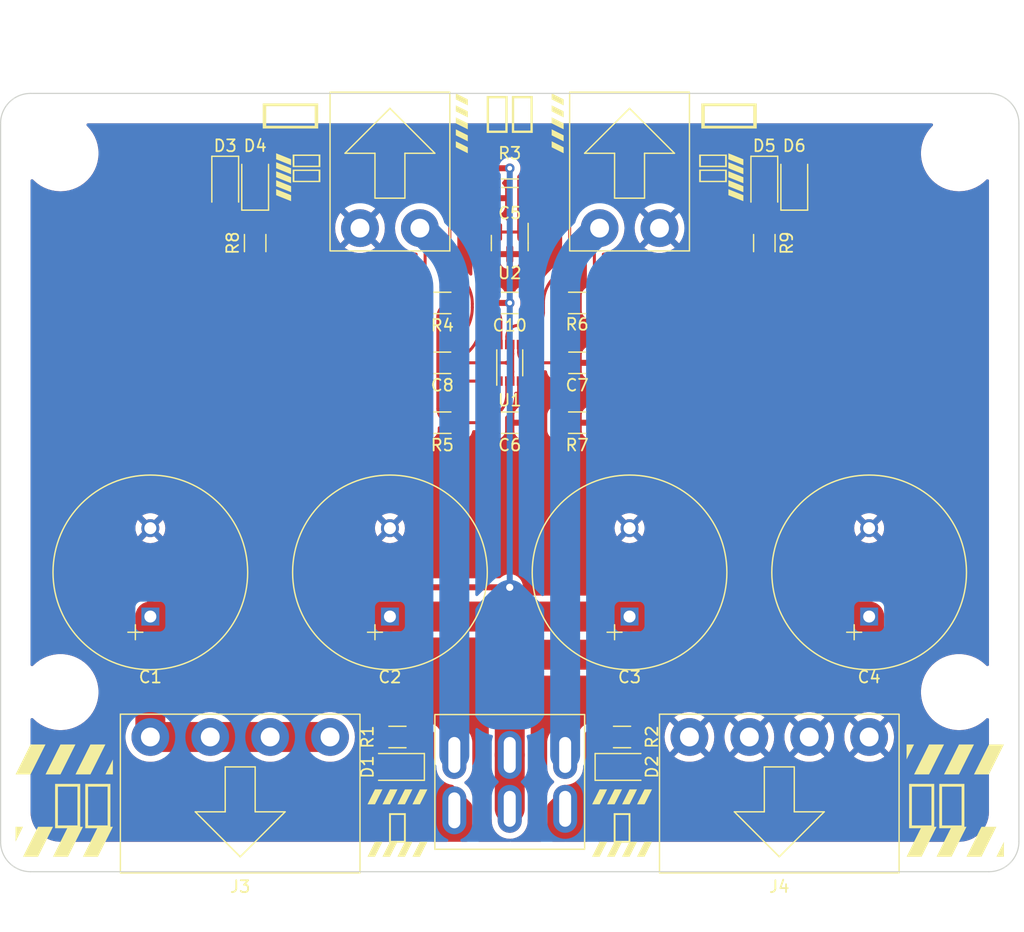
<source format=kicad_pcb>
(kicad_pcb (version 20221018) (generator pcbnew)
  (layers (0 "F.Cu" signal) (31 "B.Cu" signal) (34 "B.Paste" user) (35 "F.Paste" user) (36 "B.SilkS" user "B.Silkscreen") (37 "F.SilkS" user "F.Silkscreen") (38 "B.Mask" user) (39 "F.Mask" user) (44 "Edge.Cuts" user))
  (net 0 "")
  (net 1 "VOUT")
  (net 2 "GNDREF")
  (net 3 "VREF")
  (net 4 "VREF1")
  (net 5 "VREF2")
  (net 6 "Net-(D1-A)")
  (net 7 "Net-(D2-A)")
  (net 8 "Net-(D3-A)")
  (net 9 "Net-(D5-A)")
  (net 10 "VIN1")
  (net 11 "VIN2")
  (net 12 "Net-(R8-Pad2)")
  (net 13 "Net-(R9-Pad2)")
  (net 14 "Net-(SW1A-A)")
  (net 15 "Net-(SW1A-C)")
  (footprint "Capacitor_SMD:C_1206_3216Metric" (layer "F.Cu") (at 109.22 91.44)
    (fp_text reference "C10" (at 0 1.905) (layer "F.SilkS"))
    (fp_text value "100nF 1206 COG")
    (pad "1" smd roundrect (at -1.475 0) (size 1.15 1.8) (layers "F.Cu" "F.Paste" "F.Mask") (roundrect_rratio 0.2173913043) (net 1 "VOUT"))
    (pad "2" smd roundrect (at 1.475 0) (size 1.15 1.8) (layers "F.Cu" "F.Paste" "F.Mask") (roundrect_rratio 0.2173913043) (net 2 "GNDREF"))
  )
  (footprint "Customer_Capacitor_Aluminium:D16_P7.5mm" (layer "F.Cu") (at 99.06 114.3 90)
    (fp_text reference "C2" (at -8.89 0 unlocked) (layer "F.SilkS"))
    (fp_text value "3300uF 25V")
    (pad "1" thru_hole rect (at -3.75 0 90) (size 1.524 1.524) (drill 1.016) (layers "*.Cu" "*.Mask") (net 1 "VOUT"))
    (pad "2" thru_hole circle (at 3.75 0 90) (size 1.524 1.524) (drill 1.016) (layers "*.Cu" "*.Mask") (net 2 "GNDREF"))
  )
  (footprint "Resistor_SMD:R_1206_3216Metric" (layer "F.Cu") (at 99.695 128.27 180)
    (fp_text reference "R1" (at 2.54 0 90) (layer "F.SilkS"))
    (fp_text value "1k 1206")
    (pad "1" smd roundrect (at -1.4625 0 180) (size 1.125 1.75) (layers "F.Cu" "F.Paste" "F.Mask") (roundrect_rratio 0.2222222222) (net 14 "Net-(SW1A-A)"))
    (pad "2" smd roundrect (at 1.4625 0 180) (size 1.125 1.75) (layers "F.Cu" "F.Paste" "F.Mask") (roundrect_rratio 0.2222222222) (net 6 "Net-(D1-A)"))
  )
  (footprint "Resistor_SMD:R_1206_3216Metric" (layer "F.Cu") (at 130.81 86.36 -90)
    (fp_text reference "R9" (at 0 -1.905 90) (layer "F.SilkS"))
    (fp_text value "1k 1206")
    (pad "1" smd roundrect (at -1.4625 0 270) (size 1.125 1.75) (layers "F.Cu" "F.Paste" "F.Mask") (roundrect_rratio 0.2222222222) (net 9 "Net-(D5-A)"))
    (pad "2" smd roundrect (at 1.4625 0 270) (size 1.125 1.75) (layers "F.Cu" "F.Paste" "F.Mask") (roundrect_rratio 0.2222222222) (net 13 "Net-(R9-Pad2)"))
  )
  (footprint "Package_TO_SOT_SMD:SOT-23" (layer "F.Cu") (at 109.22 86.36 -90)
    (fp_text reference "U2" (at 2.54 0 -180) (layer "F.SilkS"))
    (fp_text value "TL431DBZ")
    (pad "1" smd roundrect (at -0.9375 -0.95 270) (size 1.475 0.6) (layers "F.Cu" "F.Paste" "F.Mask") (net 3 "VREF"))
    (pad "2" smd roundrect (at -0.9375 0.95 270) (size 1.475 0.6) (layers "F.Cu" "F.Paste" "F.Mask") (net 3 "VREF"))
    (pad "3" smd roundrect (at 0.9375 0 270) (size 1.475 0.6) (layers "F.Cu" "F.Paste" "F.Mask") (net 2 "GNDREF"))
  )
  (footprint "Customer_Connector:2EDG-5.08mm_2P_Horizontal" (layer "F.Cu") (at 119.38 85.09 180)
    (fp_text reference "J2" hide)
    (fp_text value "2EDG-5.08mm_2P_Horizontal")
    (pad "1" thru_hole circle (at -2.54 0 180) (size 3.2 3.2) (drill 1.6) (layers "*.Cu" "*.Mask") (net 2 "GNDREF"))
    (pad "2" thru_hole circle (at 2.54 0 180) (size 3.2 3.2) (drill 1.6) (layers "*.Cu" "*.Mask") (net 11 "VIN2"))
  )
  (footprint "LED_SMD:LED_1206_3216Metric" (layer "F.Cu") (at 99.695 130.81 180)
    (fp_text reference "D1" (at 2.54 0 90) (layer "F.SilkS"))
    (fp_text value "Orange 1206")
    (pad "1" smd roundrect (at -1.4 0 180) (size 1.25 1.75) (layers "F.Cu" "F.Paste" "F.Mask") (roundrect_rratio 0.2) (net 2 "GNDREF"))
    (pad "2" smd roundrect (at 1.4 0 180) (size 1.25 1.75) (layers "F.Cu" "F.Paste" "F.Mask") (roundrect_rratio 0.2) (net 6 "Net-(D1-A)"))
  )
  (footprint "Customer_Capacitor_Aluminium:D16_P7.5mm" (layer "F.Cu") (at 139.7 114.3 90)
    (fp_text reference "C4" (at -8.89 0 unlocked) (layer "F.SilkS"))
    (fp_text value "3300uF 25V")
    (pad "1" thru_hole rect (at -3.75 0 90) (size 1.524 1.524) (drill 1.016) (layers "*.Cu" "*.Mask") (net 1 "VOUT"))
    (pad "2" thru_hole circle (at 3.75 0 90) (size 1.524 1.524) (drill 1.016) (layers "*.Cu" "*.Mask") (net 2 "GNDREF"))
  )
  (footprint "MountingHole:MountingHole_3.2mm_M3_ISO7380" (layer "F.Cu") (at 71.12 78.74 90)
    (fp_text reference "REF**" hide)
    (fp_text value "MountingHole_3.2mm_M3_ISO7380")
    (pad "" np_thru_hole circle (at 0 0 90) (size 3.2 3.2) (drill 3.2) (layers "F&B.Cu" "*.Mask"))
  )
  (footprint "Customer_Connector:2EDG-5.08mm_4P_Horizontal" (layer "F.Cu") (at 86.36 128.27)
    (fp_text reference "J3" (at 0 12.7 unlocked) (layer "F.SilkS"))
    (fp_text value "2EDG-5.08mm_4P_Horizontal")
    (pad "1" thru_hole circle (at -7.62 0) (size 3.2 3.2) (drill 1.6) (layers "*.Cu" "*.Mask") (net 1 "VOUT"))
    (pad "2" thru_hole circle (at -2.54 0) (size 3.2 3.2) (drill 1.6) (layers "*.Cu" "*.Mask") (net 1 "VOUT"))
    (pad "3" thru_hole circle (at 2.54 0) (size 3.2 3.2) (drill 1.6) (layers "*.Cu" "*.Mask") (net 1 "VOUT"))
    (pad "4" thru_hole circle (at 7.62 0) (size 3.2 3.2) (drill 1.6) (layers "*.Cu" "*.Mask") (net 1 "VOUT"))
  )
  (footprint "Resistor_SMD:R_1206_3216Metric" (layer "F.Cu") (at 103.505 91.44)
    (fp_text reference "R4" (at 0 1.905) (layer "F.SilkS"))
    (fp_text value "5.6k 1206")
    (pad "1" smd roundrect (at -1.4625 0) (size 1.125 1.75) (layers "F.Cu" "F.Paste" "F.Mask") (roundrect_rratio 0.2222222222) (net 10 "VIN1"))
    (pad "2" smd roundrect (at 1.4625 0) (size 1.125 1.75) (layers "F.Cu" "F.Paste" "F.Mask") (roundrect_rratio 0.2222222222) (net 4 "VREF1"))
  )
  (footprint "Customer_Connector:2EDG-5.08mm_4P_Horizontal" (layer "F.Cu") (at 132.08 128.27)
    (fp_text reference "J4" (at 0 12.7 unlocked) (layer "F.SilkS"))
    (fp_text value "2EDG-5.08mm_4P_Horizontal")
    (pad "1" thru_hole circle (at -7.62 0) (size 3.2 3.2) (drill 1.6) (layers "*.Cu" "*.Mask") (net 2 "GNDREF"))
    (pad "2" thru_hole circle (at -2.54 0) (size 3.2 3.2) (drill 1.6) (layers "*.Cu" "*.Mask") (net 2 "GNDREF"))
    (pad "3" thru_hole circle (at 2.54 0) (size 3.2 3.2) (drill 1.6) (layers "*.Cu" "*.Mask") (net 2 "GNDREF"))
    (pad "4" thru_hole circle (at 7.62 0) (size 3.2 3.2) (drill 1.6) (layers "*.Cu" "*.Mask") (net 2 "GNDREF"))
  )
  (footprint "Resistor_SMD:R_1206_3216Metric" (layer "F.Cu") (at 87.63 86.36 -90)
    (fp_text reference "R8" (at 0 1.905 90) (layer "F.SilkS"))
    (fp_text value "1k 1206")
    (pad "1" smd roundrect (at -1.4625 0 270) (size 1.125 1.75) (layers "F.Cu" "F.Paste" "F.Mask") (roundrect_rratio 0.2222222222) (net 8 "Net-(D3-A)"))
    (pad "2" smd roundrect (at 1.4625 0 270) (size 1.125 1.75) (layers "F.Cu" "F.Paste" "F.Mask") (roundrect_rratio 0.2222222222) (net 12 "Net-(R8-Pad2)"))
  )
  (footprint "LED_SMD:LED_1206_3216Metric" (layer "F.Cu") (at 130.81 81.28 -90)
    (fp_text reference "D5" (at -3.175 0 -180) (layer "F.SilkS"))
    (fp_text value "Green 1206")
    (pad "1" smd roundrect (at -1.4 0 270) (size 1.25 1.75) (layers "F.Cu" "F.Paste" "F.Mask") (roundrect_rratio 0.2) (net 2 "GNDREF"))
    (pad "2" smd roundrect (at 1.4 0 270) (size 1.25 1.75) (layers "F.Cu" "F.Paste" "F.Mask") (roundrect_rratio 0.2) (net 9 "Net-(D5-A)"))
  )
  (footprint "LED_SMD:LED_1206_3216Metric" (layer "F.Cu") (at 87.63 81.28 90)
    (fp_text reference "D4" (at 3.175 0 180) (layer "F.SilkS"))
    (fp_text value "Green 1206")
    (pad "1" smd roundrect (at -1.4 0 90) (size 1.25 1.75) (layers "F.Cu" "F.Paste" "F.Mask") (roundrect_rratio 0.2) (net 8 "Net-(D3-A)"))
    (pad "2" smd roundrect (at 1.4 0 90) (size 1.25 1.75) (layers "F.Cu" "F.Paste" "F.Mask") (roundrect_rratio 0.2) (net 2 "GNDREF"))
  )
  (footprint "Capacitor_SMD:C_1206_3216Metric" (layer "F.Cu") (at 109.22 101.6)
    (fp_text reference "C6" (at 0 1.905) (layer "F.SilkS"))
    (fp_text value "100nF 1206 COG")
    (pad "1" smd roundrect (at -1.475 0) (size 1.15 1.8) (layers "F.Cu" "F.Paste" "F.Mask") (roundrect_rratio 0.2173913043) (net 4 "VREF1"))
    (pad "2" smd roundrect (at 1.475 0) (size 1.15 1.8) (layers "F.Cu" "F.Paste" "F.Mask") (roundrect_rratio 0.2173913043) (net 2 "GNDREF"))
  )
  (footprint "LED_SMD:LED_1206_3216Metric" (layer "F.Cu") (at 85.09 81.28 -90)
    (fp_text reference "D3" (at -3.175 0 -180) (layer "F.SilkS"))
    (fp_text value "Red 1206")
    (pad "1" smd roundrect (at -1.4 0 270) (size 1.25 1.75) (layers "F.Cu" "F.Paste" "F.Mask") (roundrect_rratio 0.2) (net 2 "GNDREF"))
    (pad "2" smd roundrect (at 1.4 0 270) (size 1.25 1.75) (layers "F.Cu" "F.Paste" "F.Mask") (roundrect_rratio 0.2) (net 8 "Net-(D3-A)"))
  )
  (footprint "MountingHole:MountingHole_3.2mm_M3_ISO7380" (layer "F.Cu") (at 147.32 124.46 90)
    (fp_text reference "REF**" hide)
    (fp_text value "MountingHole_3.2mm_M3_ISO7380")
    (pad "" np_thru_hole circle (at 0 0 90) (size 3.2 3.2) (drill 3.2) (layers "F&B.Cu" "*.Mask"))
  )
  (footprint "Customer_Connector:2EDG-5.08mm_2P_Horizontal" (layer "F.Cu") (at 99.06 85.09 180)
    (fp_text reference "J1" hide)
    (fp_text value "2EDG-5.08mm_2P_Horizontal")
    (pad "1" thru_hole circle (at -2.54 0 180) (size 3.2 3.2) (drill 1.6) (layers "*.Cu" "*.Mask") (net 10 "VIN1"))
    (pad "2" thru_hole circle (at 2.54 0 180) (size 3.2 3.2) (drill 1.6) (layers "*.Cu" "*.Mask") (net 2 "GNDREF"))
  )
  (footprint "LED_SMD:LED_1206_3216Metric" (layer "F.Cu") (at 118.745 130.81)
    (fp_text reference "D2" (at 2.54 0 90) (layer "F.SilkS"))
    (fp_text value "Orange 1206")
    (pad "1" smd roundrect (at -1.4 0) (size 1.25 1.75) (layers "F.Cu" "F.Paste" "F.Mask") (roundrect_rratio 0.2) (net 2 "GNDREF"))
    (pad "2" smd roundrect (at 1.4 0) (size 1.25 1.75) (layers "F.Cu" "F.Paste" "F.Mask") (roundrect_rratio 0.2) (net 7 "Net-(D2-A)"))
  )
  (footprint "LED_SMD:LED_1206_3216Metric" (layer "F.Cu") (at 133.35 81.28 90)
    (fp_text reference "D6" (at 3.175 0 180) (layer "F.SilkS"))
    (fp_text value "Red 1206")
    (pad "1" smd roundrect (at -1.4 0 90) (size 1.25 1.75) (layers "F.Cu" "F.Paste" "F.Mask") (roundrect_rratio 0.2) (net 9 "Net-(D5-A)"))
    (pad "2" smd roundrect (at 1.4 0 90) (size 1.25 1.75) (layers "F.Cu" "F.Paste" "F.Mask") (roundrect_rratio 0.2) (net 2 "GNDREF"))
  )
  (footprint "Resistor_SMD:R_1206_3216Metric" (layer "F.Cu") (at 109.22 80.01 180)
    (fp_text reference "R3" (at 0 1.27 180) (layer "F.SilkS"))
    (fp_text value "1k 1206")
    (pad "1" smd roundrect (at -1.4625 0 180) (size 1.125 1.75) (layers "F.Cu" "F.Paste" "F.Mask") (roundrect_rratio 0.2222222222) (net 3 "VREF"))
    (pad "2" smd roundrect (at 1.4625 0 180) (size 1.125 1.75) (layers "F.Cu" "F.Paste" "F.Mask") (roundrect_rratio 0.2222222222) (net 1 "VOUT"))
  )
  (footprint "Resistor_SMD:R_1206_3216Metric" (layer "F.Cu") (at 114.935 91.44 180)
    (fp_text reference "R6" (at 0 -1.82) (layer "F.SilkS"))
    (fp_text value "5.6k 1206")
    (pad "1" smd roundrect (at -1.4625 0 180) (size 1.125 1.75) (layers "F.Cu" "F.Paste" "F.Mask") (roundrect_rratio 0.2222222222) (net 11 "VIN2"))
    (pad "2" smd roundrect (at 1.4625 0 180) (size 1.125 1.75) (layers "F.Cu" "F.Paste" "F.Mask") (roundrect_rratio 0.2222222222) (net 5 "VREF2"))
  )
  (footprint "MountingHole:MountingHole_3.2mm_M3_ISO7380" (layer "F.Cu") (at 71.12 124.46 90)
    (fp_text reference "REF**" hide)
    (fp_text value "MountingHole_3.2mm_M3_ISO7380")
    (pad "" np_thru_hole circle (at 0 0 90) (size 3.2 3.2) (drill 3.2) (layers "F&B.Cu" "*.Mask"))
  )
  (footprint "Customer_Capacitor_Aluminium:D16_P7.5mm" (layer "F.Cu") (at 78.74 114.3 90)
    (fp_text reference "C1" (at -8.89 0 unlocked) (layer "F.SilkS"))
    (fp_text value "3300uF 25V")
    (pad "1" thru_hole rect (at -3.75 0 90) (size 1.524 1.524) (drill 1.016) (layers "*.Cu" "*.Mask") (net 1 "VOUT"))
    (pad "2" thru_hole circle (at 3.75 0 90) (size 1.524 1.524) (drill 1.016) (layers "*.Cu" "*.Mask") (net 2 "GNDREF"))
  )
  (footprint "Resistor_SMD:R_1206_3216Metric" (layer "F.Cu") (at 118.745 128.27)
    (fp_text reference "R2" (at 2.54 0 90) (layer "F.SilkS"))
    (fp_text value "1k 1206")
    (pad "1" smd roundrect (at -1.4625 0) (size 1.125 1.75) (layers "F.Cu" "F.Paste" "F.Mask") (roundrect_rratio 0.2222222222) (net 15 "Net-(SW1A-C)"))
    (pad "2" smd roundrect (at 1.4625 0) (size 1.125 1.75) (layers "F.Cu" "F.Paste" "F.Mask") (roundrect_rratio 0.2222222222) (net 7 "Net-(D2-A)"))
  )
  (footprint "Capacitor_SMD:C_1206_3216Metric" (layer "F.Cu") (at 114.935 96.52)
    (fp_text reference "C7" (at 0 1.905) (layer "F.SilkS"))
    (fp_text value "100nF 1206 COG")
    (pad "1" smd roundrect (at -1.475 0) (size 1.15 1.8) (layers "F.Cu" "F.Paste" "F.Mask") (roundrect_rratio 0.2173913043) (net 5 "VREF2"))
    (pad "2" smd roundrect (at 1.475 0) (size 1.15 1.8) (layers "F.Cu" "F.Paste" "F.Mask") (roundrect_rratio 0.2173913043) (net 2 "GNDREF"))
  )
  (footprint "Package_SO:VSSOP-8_2.3x2mm_P0.5mm" (layer "F.Cu") (at 109.22 96.52 90)
    (fp_text reference "U1" (at -3.175 0 180) (layer "F.SilkS"))
    (fp_text value "TLV7256_VSSOP8")
    (pad "1" smd rect (at -1.55 -0.75) (size 0.3 0.8) (layers "F.Cu" "F.Paste" "F.Mask") (net 12 "Net-(R8-Pad2)"))
    (pad "2" smd rect (at -1.55 -0.25) (size 0.3 0.8) (layers "F.Cu" "F.Paste" "F.Mask") (net 4 "VREF1"))
    (pad "3" smd rect (at -1.55 0.25) (size 0.3 0.8) (layers "F.Cu" "F.Paste" "F.Mask") (net 3 "VREF"))
    (pad "4" smd rect (at -1.55 0.75) (size 0.3 0.8) (layers "F.Cu" "F.Paste" "F.Mask") (net 2 "GNDREF"))
    (pad "5" smd rect (at 1.55 0.75) (size 0.3 0.8) (layers "F.Cu" "F.Paste" "F.Mask") (net 5 "VREF2"))
    (pad "6" smd rect (at 1.55 0.25) (size 0.3 0.8) (layers "F.Cu" "F.Paste" "F.Mask") (net 3 "VREF"))
    (pad "7" smd rect (at 1.55 -0.25) (size 0.3 0.8) (layers "F.Cu" "F.Paste" "F.Mask") (net 13 "Net-(R9-Pad2)"))
    (pad "8" smd rect (at 1.55 -0.75) (size 0.3 0.8) (layers "F.Cu" "F.Paste" "F.Mask") (net 1 "VOUT"))
  )
  (footprint "Resistor_SMD:R_1206_3216Metric" (layer "F.Cu") (at 114.935 101.6)
    (fp_text reference "R7" (at 0 1.905) (layer "F.SilkS"))
    (fp_text value "1k 1206")
    (pad "1" smd roundrect (at -1.4625 0) (size 1.125 1.75) (layers "F.Cu" "F.Paste" "F.Mask") (roundrect_rratio 0.2222222222) (net 5 "VREF2"))
    (pad "2" smd roundrect (at 1.4625 0) (size 1.125 1.75) (layers "F.Cu" "F.Paste" "F.Mask") (roundrect_rratio 0.2222222222) (net 2 "GNDREF"))
  )
  (footprint "Customer_Capacitor_Aluminium:D16_P7.5mm" (layer "F.Cu") (at 119.38 114.3 90)
    (fp_text reference "C3" (at -8.89 0 unlocked) (layer "F.SilkS"))
    (fp_text value "3300uF 25V")
    (pad "1" thru_hole rect (at -3.75 0 90) (size 1.524 1.524) (drill 1.016) (layers "*.Cu" "*.Mask") (net 1 "VOUT"))
    (pad "2" thru_hole circle (at 3.75 0 90) (size 1.524 1.524) (drill 1.016) (layers "*.Cu" "*.Mask") (net 2 "GNDREF"))
  )
  (footprint "Capacitor_SMD:C_1206_3216Metric" (layer "F.Cu") (at 109.22 82.55 180)
    (fp_text reference "C5" (at 0 -1.27 180) (layer "F.SilkS"))
    (fp_text value "100nF 1206 COG")
    (pad "1" smd roundrect (at -1.475 0 180) (size 1.15 1.8) (layers "F.Cu" "F.Paste" "F.Mask") (roundrect_rratio 0.2173913043) (net 3 "VREF"))
    (pad "2" smd roundrect (at 1.475 0 180) (size 1.15 1.8) (layers "F.Cu" "F.Paste" "F.Mask") (roundrect_rratio 0.2173913043) (net 2 "GNDREF"))
  )
  (footprint "Customer_Switch:1MD3T1B1M1QES" (layer "F.Cu") (at 109.22 132.08 90)
    (fp_text reference "SW1" hide)
    (fp_text value "1MD3T1B1M1QES")
    (pad "1" thru_hole oval (at -2.413 -4.699 90) (size 4.064 2.032) (drill oval 3.048 1.016) (layers "*.Cu" "*.Mask") (net 14 "Net-(SW1A-A)"))
    (pad "2" thru_hole oval (at -2.286 0 90) (size 4.064 2.032) (drill oval 3.048 1.016) (layers "*.Cu" "*.Mask") (net 1 "VOUT"))
    (pad "3" thru_hole oval (at -2.286 4.699 90) (size 4.064 2.032) (drill oval 3.048 1.016) (layers "*.Cu" "*.Mask") (net 15 "Net-(SW1A-C)"))
    (pad "4" thru_hole oval (at 2.286 -4.699 90) (size 4.064 2.032) (drill oval 3.048 1.016) (layers "*.Cu" "*.Mask") (net 10 "VIN1"))
    (pad "5" thru_hole oval (at 2.286 0 90) (size 4.064 2.032) (drill oval 3.048 1.016) (layers "*.Cu" "*.Mask") (net 1 "VOUT"))
    (pad "6" thru_hole oval (at 2.286 4.699 90) (size 4.064 2.032) (drill oval 3.048 1.016) (layers "*.Cu" "*.Mask") (net 11 "VIN2"))
  )
  (footprint "Capacitor_SMD:C_1206_3216Metric" (layer "F.Cu") (at 103.505 96.52 180)
    (fp_text reference "C8" (at 0 -1.905) (layer "F.SilkS"))
    (fp_text value "100nF 1206 COG")
    (pad "1" smd roundrect (at -1.475 0 180) (size 1.15 1.8) (layers "F.Cu" "F.Paste" "F.Mask") (roundrect_rratio 0.2173913043) (net 3 "VREF"))
    (pad "2" smd roundrect (at 1.475 0 180) (size 1.15 1.8) (layers "F.Cu" "F.Paste" "F.Mask") (roundrect_rratio 0.2173913043) (net 2 "GNDREF"))
  )
  (footprint "MountingHole:MountingHole_3.2mm_M3_ISO7380" (layer "F.Cu") (at 147.32 78.74 90)
    (fp_text reference "REF**" hide)
    (fp_text value "MountingHole_3.2mm_M3_ISO7380")
    (pad "" np_thru_hole circle (at 0 0 90) (size 3.2 3.2) (drill 3.2) (layers "*.Cu" "*.Mask"))
  )
  (footprint "Resistor_SMD:R_1206_3216Metric" (layer "F.Cu") (at 103.505 101.6 180)
    (fp_text reference "R5" (at 0 -1.905) (layer "F.SilkS"))
    (fp_text value "1k 1206")
    (pad "1" smd roundrect (at -1.4625 0 180) (size 1.125 1.75) (layers "F.Cu" "F.Paste" "F.Mask") (roundrect_rratio 0.2222222222) (net 4 "VREF1"))
    (pad "2" smd roundrect (at 1.4625 0 180) (size 1.125 1.75) (layers "F.Cu" "F.Paste" "F.Mask") (roundrect_rratio 0.2222222222) (net 2 "GNDREF"))
  )
  (footprint "LOGO" (layer "B.Cu") (at 143.002 88.392 180)
    (fp_text reference "G***" hide)
    (fp_text value "LOGO" hide)
  )
  (footprint "LOGO" (layer "B.Cu") (at 143.002 83.82 180)
    (fp_text reference "G***" hide)
    (fp_text value "LOGO" hide)
  )
  (footprint "LOGO" (layer "B.Cu") (at 109.22 119.38)
    (fp_text reference "G***" hide)
    (fp_text value "LOGO" hide)
  )
  (footprint "LOGO" (layer "B.Cu") (at 143.002 97.536 180)
    (fp_text reference "G***" hide)
    (fp_text value "LOGO" hide)
  )
  (footprint "LOGO" (layer "B.Cu") (at 134.874 79.248 180)
    (fp_text reference "G***" hide)
    (fp_text value "LOGO" hide)
  )
  (footprint "LOGO" (layer "B.Cu") (at 71.374 95.25 180)
    (fp_text reference "G***" hide)
    (fp_text value "LOGO" hide)
  )
  (footprint "LOGO" (layer "B.Cu") (at 71.374 86.106 180)
    (fp_text reference "G***" hide)
    (fp_text value "LOGO" hide)
  )
  (footprint "LOGO" (layer "B.Cu") (at 134.874 83.82 180)
    (fp_text reference "G***" hide)
    (fp_text value "LOGO" hide)
  )
  (footprint "LOGO" (layer "B.Cu") (at 71.374 104.394 180)
    (fp_text reference "G***" hide)
    (fp_text value "LOGO" hide)
  )
  (footprint "LOGO" (layer "B.Cu") (at 143.002 102.108 180)
    (fp_text reference "G***" hide)
    (fp_text value "LOGO" hide)
  )
  (footprint "LOGO" (layer "B.Cu") (at 83.566 79.248 180)
    (fp_text reference "G***" hide)
    (fp_text value "LOGO" hide)
  )
  (footprint "LOGO" (layer "B.Cu") (at 147.066 108.966 180)
    (fp_text reference "G***" hide)
    (fp_text value "LOGO" hide)
  )
  (footprint "LOGO" (layer "B.Cu") (at 147.066 86.106 180)
    (fp_text reference "G***" hide)
    (fp_text value "LOGO" hide)
  )
  (footprint "LOGO" (layer "B.Cu") (at 143.002 115.824 180)
    (fp_text reference "G***" hide)
    (fp_text value "LOGO" hide)
  )
  (footprint "LOGO" (layer "B.Cu") (at 71.374 113.538 180)
    (fp_text reference "G***" hide)
    (fp_text value "LOGO" hide)
  )
  (footprint "LOGO" (layer "B.Cu") (at 75.438 102.108 180)
    (fp_text reference "G***" hide)
    (fp_text value "LOGO" hide)
  )
  (footprint "LOGO" (layer "B.Cu") (at 75.438 111.252 180)
    (fp_text reference "G***" hide)
    (fp_text value "LOGO" hide)
  )
  (footprint "LOGO" (layer "B.Cu") (at 75.438 83.82 180)
    (fp_text reference "G***" hide)
    (fp_text value "LOGO" hide)
  )
  (footprint "LOGO" (layer "B.Cu") (at 147.066 104.394 180)
    (fp_text reference "G***" hide)
    (fp_text value "LOGO" hide)
  )
  (footprint "LOGO" (layer "B.Cu") (at 75.438 97.536 180)
    (fp_text reference "G***" hide)
    (fp_text value "LOGO" hide)
  )
  (footprint "LOGO" (layer "B.Cu") (at 147.066 90.678 180)
    (fp_text reference "G***" hide)
    (fp_text value "LOGO" hide)
  )
  (footprint "LOGO" (layer "B.Cu") (at 71.374 118.11 180)
    (fp_text reference "G***" hide)
    (fp_text value "LOGO" hide)
  )
  (footprint "LOGO" (layer "B.Cu") (at 147.066 118.11 180)
    (fp_text reference "G***" hide)
    (fp_text value "LOGO" hide)
  )
  (footprint "LOGO" (layer "B.Cu") (at 83.566 83.82 180)
    (fp_text reference "G***" hide)
    (fp_text value "LOGO" hide)
  )
  (footprint "LOGO" (layer "B.Cu") (at 147.066 113.538 180)
    (fp_text reference "G***" hide)
    (fp_text value "LOGO" hide)
  )
  (footprint "LOGO" (layer "B.Cu") (at 75.438 92.964 180)
    (fp_text reference "G***" hide)
    (fp_text value "LOGO" hide)
  )
  (footprint "LOGO" (layer "B.Cu") (at 129.54 97.79 180)
    (fp_text reference "G***" hide)
    (fp_text value "LOGO" hide)
  )
  (footprint "LOGO" (layer "B.Cu") (at 71.374 99.822 180)
    (fp_text reference "G***" hide)
    (fp_text value "LOGO" hide)
  )
  (footprint "LOGO" (layer "B.Cu") (at 88.9 97.79 180)
    (fp_text reference "G***" hide)
    (fp_text value "LOGO" hide)
  )
  (footprint "LOGO" (layer "B.Cu") (at 75.438 115.824 180)
    (fp_text reference "G***" hide)
    (fp_text value "LOGO" hide)
  )
  (footprint "LOGO" (layer "B.Cu") (at 79.502 81.534 180)
    (fp_text reference "G***" hide)
    (fp_text value "LOGO" hide)
  )
  (footprint "LOGO" (layer "B.Cu") (at 147.066 99.822 180)
    (fp_text reference "G***" hide)
    (fp_text value "LOGO" hide)
  )
  (footprint "LOGO" (layer "B.Cu") (at 75.438 120.396 180)
    (fp_text reference "G***" hide)
    (fp_text value "LOGO" hide)
  )
  (footprint "LOGO" (layer "B.Cu") (at 138.938 81.534 180)
    (fp_text reference "G***" hide)
    (fp_text value "LOGO" hide)
  )
  (footprint "LOGO" (layer "B.Cu") (at 71.374 90.678 180)
    (fp_text reference "G***" hide)
    (fp_text value "LOGO" hide)
  )
  (footprint "LOGO" (layer "B.Cu") (at 75.438 88.392 180)
    (fp_text reference "G***" hide)
    (fp_text value "LOGO" hide)
  )
  (footprint "LOGO" (layer "B.Cu") (at 71.374 108.966 180)
    (fp_text reference "G***" hide)
    (fp_text value "LOGO" hide)
  )
  (footprint "LOGO" (layer "B.Cu") (at 75.438 106.68 180)
    (fp_text reference "G***" hide)
    (fp_text value "LOGO" hide)
  )
  (footprint "LOGO" (layer "B.Cu") (at 147.066 95.25 180)
    (fp_text reference "G***" hide)
    (fp_text value "LOGO" hide)
  )
  (footprint "LOGO" (layer "B.Cu") (at 143.002 106.68 180)
    (fp_text reference "G***" hide)
    (fp_text value "LOGO" hide)
  )
  (footprint "LOGO" (layer "B.Cu") (at 143.002 120.396 180)
    (fp_text reference "G***" hide)
    (fp_text value "LOGO" hide)
  )
  (footprint "LOGO" (layer "B.Cu") (at 143.002 92.964 180)
    (fp_text reference "G***" hide)
    (fp_text value "LOGO" hide)
  )
  (gr_poly (pts (xy 72.39 131.445) (xy 73.66 128.905) (xy 74.93 128.905) (xy 73.66 131.445)) (fill solid) (layer "F.SilkS"))
  (gr_poly (pts (xy 150.495 138.43) (xy 151.13 137.16) (xy 151.13 138.43)) (fill solid) (layer "F.SilkS"))
  (gr_poly (pts (xy 113.792 75.692) (xy 112.776 75.184) (xy 112.776 74.676) (xy 113.792 75.184)) (fill solid) (layer "F.SilkS"))
  (gr_poly (pts (xy 120.015 138.43) (xy 120.65 137.16) (xy 121.285 137.16) (xy 120.65 138.43)) (fill solid) (layer "F.SilkS"))
  (gr_poly (pts (xy 67.31 131.445) (xy 68.58 128.905) (xy 69.85 128.905) (xy 68.58 131.445)) (fill solid) (layer "F.SilkS"))
  (gr_poly (pts (xy 127.762 78.74) (xy 129.032 79.248) (xy 129.032 79.756) (xy 127.762 79.248)) (fill solid) (layer "F.SilkS"))
  (gr_poly (pts (xy 127.762 81.026) (xy 129.032 81.534) (xy 129.032 82.042) (xy 127.762 81.534)) (fill solid) (layer "F.SilkS"))
  (gr_poly (pts (xy 127.762 79.502) (xy 129.032 80.01) (xy 129.032 80.518) (xy 127.762 80.01)) (fill solid) (layer "F.SilkS"))
  (gr_poly (pts (xy 98.425 138.43) (xy 99.06 137.16) (xy 99.695 137.16) (xy 99.06 138.43)) (fill solid) (layer "F.SilkS"))
  (gr_poly (pts (xy 113.792 77.724) (xy 112.776 77.216) (xy 112.776 76.708) (xy 113.792 77.216)) (fill solid) (layer "F.SilkS"))
  (gr_poly (pts (xy 97.155 133.985) (xy 97.79 132.715) (xy 98.425 132.715) (xy 97.79 133.985)) (fill solid) (layer "F.SilkS"))
  (gr_poly (pts (xy 151.13 128.905) (xy 149.86 131.445) (xy 148.59 131.445) (xy 149.86 128.905)) (fill solid) (layer "F.SilkS"))
  (gr_poly (pts (xy 89.408 79.502) (xy 90.678 80.01) (xy 90.678 80.518) (xy 89.408 80.01)) (fill solid) (layer "F.SilkS"))
  (gr_poly (pts (xy 144.78 131.445) (xy 146.05 128.905) (xy 144.78 128.905) (xy 143.51 131.445)) (fill solid) (layer "F.SilkS"))
  (gr_poly (pts (xy 89.408 80.264) (xy 90.678 80.772) (xy 90.678 81.28) (xy 89.408 80.772)) (fill solid) (layer "F.SilkS"))
  (gr_poly (pts (xy 100.965 138.43) (xy 101.6 137.16) (xy 102.235 137.16) (xy 101.6 138.43)) (fill solid) (layer "F.SilkS"))
  (gr_poly (pts (xy 105.664 76.708) (xy 104.648 76.2) (xy 104.648 75.692) (xy 105.664 76.2)) (fill solid) (layer "F.SilkS"))
  (gr_poly (pts (xy 75.565 135.89) (xy 74.295 138.43) (xy 73.025 138.43) (xy 74.295 135.89)) (fill solid) (layer "F.SilkS"))
  (gr_poly (pts (xy 99.695 138.43) (xy 100.33 137.16) (xy 100.965 137.16) (xy 100.33 138.43)) (fill solid) (layer "F.SilkS"))
  (gr_poly (pts (xy 118.745 138.43) (xy 119.38 137.16) (xy 120.015 137.16) (xy 119.38 138.43)) (fill solid) (layer "F.SilkS"))
  (gr_poly (pts (xy 116.205 133.985) (xy 116.84 132.715) (xy 117.475 132.715) (xy 116.84 133.985)) (fill solid) (layer "F.SilkS"))
  (gr_poly (pts (xy 142.875 138.43) (xy 144.145 135.89) (xy 145.415 135.89) (xy 144.145 138.43)) (fill solid) (layer "F.SilkS"))
  (gr_poly (pts (xy 74.93 131.445) (xy 75.565 130.175) (xy 75.565 131.445)) (fill solid) (layer "F.SilkS"))
  (gr_poly (pts (xy 118.745 133.985) (xy 119.38 132.715) (xy 120.015 132.715) (xy 119.38 133.985)) (fill solid) (layer "F.SilkS"))
  (gr_poly (pts (xy 67.945 135.89) (xy 67.31 137.16) (xy 67.31 135.89)) (fill solid) (layer "F.SilkS"))
  (gr_poly (pts (xy 120.015 133.985) (xy 120.65 132.715) (xy 121.285 132.715) (xy 120.65 133.985)) (fill solid) (layer "F.SilkS"))
  (gr_poly (pts (xy 89.408 81.788) (xy 90.678 82.296) (xy 90.678 82.804) (xy 89.408 82.296)) (fill solid) (layer "F.SilkS"))
  (gr_poly (pts (xy 113.792 78.74) (xy 112.776 78.232) (xy 112.776 77.724) (xy 113.792 78.232)) (fill solid) (layer "F.SilkS"))
  (gr_poly (pts (xy 105.664 75.692) (xy 104.648 75.184) (xy 104.648 74.676) (xy 105.664 75.184)) (fill solid) (layer "F.SilkS"))
  (gr_poly (pts (xy 105.664 74.676) (xy 104.648 74.168) (xy 104.648 73.66) (xy 105.664 74.168)) (fill solid) (layer "F.SilkS"))
  (gr_poly (pts (xy 147.955 138.43) (xy 149.225 135.89) (xy 150.495 135.89) (xy 149.225 138.43)) (fill solid) (layer "F.SilkS"))
  (gr_poly (pts (xy 117.475 133.985) (xy 118.11 132.715) (xy 118.745 132.715) (xy 118.11 133.985)) (fill solid) (layer "F.SilkS"))
  (gr_poly (pts (xy 89.408 81.026) (xy 90.678 81.534) (xy 90.678 82.042) (xy 89.408 81.534)) (fill solid) (layer "F.SilkS"))
  (gr_poly (pts (xy 97.155 138.43) (xy 97.79 137.16) (xy 98.425 137.16) (xy 97.79 138.43)) (fill solid) (layer "F.SilkS"))
  (gr_poly (pts (xy 69.85 131.445) (xy 71.12 128.905) (xy 72.39 128.905) (xy 71.12 131.445)) (fill solid) (layer "F.SilkS"))
  (gr_poly (pts (xy 89.408 78.74) (xy 90.678 79.248) (xy 90.678 79.756) (xy 89.408 79.248)) (fill solid) (layer "F.SilkS"))
  (gr_poly (pts (xy 99.695 133.985) (xy 100.33 132.715) (xy 100.965 132.715) (xy 100.33 133.985)) (fill solid) (layer "F.SilkS"))
  (gr_poly (pts (xy 147.32 131.445) (xy 148.59 128.905) (xy 147.32 128.905) (xy 146.05 131.445)) (fill solid) (layer "F.SilkS"))
  (gr_poly (pts (xy 105.664 77.724) (xy 104.648 77.216) (xy 104.648 76.708) (xy 105.664 77.216)) (fill solid) (layer "F.SilkS"))
  (gr_poly (pts (xy 145.415 138.43) (xy 146.685 135.89) (xy 147.955 135.89) (xy 146.685 138.43)) (fill solid) (layer "F.SilkS"))
  (gr_poly (pts (xy 71.755 138.43) (xy 73.025 135.89) (xy 71.755 135.89) (xy 70.485 138.43)) (fill solid) (layer "F.SilkS"))
  (gr_poly (pts (xy 116.205 138.43) (xy 116.84 137.16) (xy 117.475 137.16) (xy 116.84 138.43)) (fill solid) (layer "F.SilkS"))
  (gr_poly (pts (xy 98.425 133.985) (xy 99.06 132.715) (xy 99.695 132.715) (xy 99.06 133.985)) (fill solid) (layer "F.SilkS"))
  (gr_poly (pts (xy 69.215 138.43) (xy 70.485 135.89) (xy 69.215 135.89) (xy 67.945 138.43)) (fill solid) (layer "F.SilkS"))
  (gr_poly (pts (xy 117.475 138.43) (xy 118.11 137.16) (xy 118.745 137.16) (xy 118.11 138.43)) (fill solid) (layer "F.SilkS"))
  (gr_poly (pts (xy 127.762 81.788) (xy 129.032 82.296) (xy 129.032 82.804) (xy 127.762 82.296)) (fill solid) (layer "F.SilkS"))
  (gr_poly (pts (xy 113.792 74.676) (xy 112.776 74.168) (xy 112.776 73.66) (xy 113.792 74.168)) (fill solid) (layer "F.SilkS"))
  (gr_poly (pts (xy 100.965 133.985) (xy 101.6 132.715) (xy 102.235 132.715) (xy 101.6 133.985)) (fill solid) (layer "F.SilkS"))
  (gr_poly (pts (xy 105.664 78.74) (xy 104.648 78.232) (xy 104.648 77.724) (xy 105.664 78.232)) (fill solid) (layer "F.SilkS"))
  (gr_poly (pts (xy 127.762 80.264) (xy 129.032 80.772) (xy 129.032 81.28) (xy 127.762 80.772)) (fill solid) (layer "F.SilkS"))
  (gr_poly (pts (xy 113.792 76.708) (xy 112.776 76.2) (xy 112.776 75.692) (xy 113.792 76.2)) (fill solid) (layer "F.SilkS"))
  (gr_poly (pts (xy 143.51 128.905) (xy 142.875 130.175) (xy 142.875 128.905)) (fill solid) (layer "F.SilkS"))
  (gr_line (start 149.86 73.66) (end 68.58 73.66) (stroke (width 0.1)) (layer "Edge.Cuts"))
  (gr_line (start 68.58 139.7) (end 149.86 139.7) (stroke (width 0.1)) (layer "Edge.Cuts"))
  (gr_line (start 152.4 137.16) (end 152.4 76.2) (stroke (width 0.1)) (layer "Edge.Cuts"))
  (gr_arc (start 149.86 73.66) (mid 151.656051 74.403949) (end 152.4 76.2) (stroke (width 0.1)) (layer "Edge.Cuts"))
  (gr_line (start 66.04 137.16) (end 66.04 76.2) (stroke (width 0.1)) (layer "Edge.Cuts"))
  (gr_arc (start 66.04 76.2) (mid 66.783949 74.403949) (end 68.58 73.66) (stroke (width 0.1)) (layer "Edge.Cuts"))
  (gr_arc (start 152.4 137.16) (mid 151.656051 138.956051) (end 149.86 139.7) (stroke (width 0.1)) (layer "Edge.Cuts"))
  (gr_arc (start 68.58 139.7) (mid 66.783949 138.956051) (end 66.04 137.16) (stroke (width 0.1)) (layer "Edge.Cuts"))
  (gr_text "弐" (at 127.635 74.295 90) (layer "F.SilkS") (effects (font (size 3.81 3.048)) (justify right)))
  (gr_text "号機" (at 126.365 78.74 90) (layer "F.SilkS") (effects (font (size 1.905 1.524)) (justify right)))
  (gr_text "初" (at 90.805 74.295 270) (layer "F.SilkS") (effects (font (size 3.81 3.048)) (justify left)))
  (gr_text "弍" (at 118.745 135.89) (layer "F.SilkS") (effects (font (size 2.032 2.032))))
  (gr_text "号機" (at 92.075 78.74 270) (layer "F.SilkS") (effects (font (size 1.905 1.524)) (justify left)))
  (gr_text "初" (at 99.695 135.89) (layer "F.SilkS") (effects (font (size 2.032 2.032))))
  (gr_text "接地" (at 142.875 133.985) (layer "F.SilkS") (effects (font (size 3.048 3.048) (thickness 0.381) bold) (justify left)))
  (gr_text "正極" (at 109.22 75.565 180) (layer "F.SilkS") (effects (font (size 2.54 2.54) (thickness 0.381) bold)))
  (gr_text "輸出" (at 75.565 133.985) (layer "F.SilkS") (effects (font (size 3.048 3.048) (thickness 0.381) bold) (justify right)))
  (segment (start 108.1075 92.1055) (end 107.852126 91.850126) (width 0.254) (layer "F.Cu") (net 1))
  (segment (start 109.22 91.44) (end 107.8965 91.44) (width 0.508) (layer "F.Cu") (net 1))
  (segment (start 79.98 115.57) (end 109.22 115.57) (width 0.508) (layer "F.Cu") (net 1))
  (segment (start 109.22 129.794) (end 109.22 134.366) (width 2.54) (layer "F.Cu") (net 1))
  (segment (start 78.74 118.05) (end 78.74 116.81) (width 0.508) (layer "F.Cu") (net 1))
  (segment (start 108.47 92.980652) (end 108.47 94.97) (width 0.254) (layer "F.Cu") (net 1))
  (segment (start 99.06 118.05) (end 119.38 118.05) (width 2.54) (layer "F.Cu") (net 1))
  (segment (start 109.22 80.01) (end 107.7575 80.01) (width 0.508) (layer "F.Cu") (net 1))
  (segment (start 109.22 123.284998) (end 109.22 129.794) (width 2.54) (layer "F.Cu") (net 1))
  (segment (start 139.7 118.05) (end 119.38 118.05) (width 2.54) (layer "F.Cu") (net 1))
  (segment (start 78.74 128.27) (end 78.74 118.05) (width 2.54) (layer "F.Cu") (net 1))
  (segment (start 78.74 118.05) (end 99.06 118.05) (width 2.54) (layer "F.Cu") (net 1))
  (segment (start 139.7 119.6675) (end 139.7 118.05) (width 2.54) (layer "F.Cu") (net 1))
  (segment (start 138.0825 121.285) (end 111.219998 121.285) (width 2.54) (layer "F.Cu") (net 1))
  (segment (start 78.74 128.27) (end 93.98 128.27) (width 2.54) (layer "F.Cu") (net 1))
  (via (at 109.22 91.44) (size 0.8128) (drill 0.4064) (layers "F.Cu" "B.Cu") (net 1))
  (via (at 109.22 80.01) (size 0.8128) (drill 0.4064) (layers "F.Cu" "B.Cu") (net 1))
  (via (at 109.22 115.57) (size 1.2192) (drill 0.6096) (layers "F.Cu" "B.Cu") (net 1))
  (arc (start 111.219998 121.285) (mid 109.805785 121.870785) (end 109.22 123.284998) (width 2.54) (layer "F.Cu") (net 1))
  (arc (start 107.745 91.5915) (mid 107.772841 91.731467) (end 107.852126 91.850126) (width 0.254) (layer "F.Cu") (net 1))
  (arc (start 107.8965 91.44) (mid 107.789373 91.484373) (end 107.745 91.5915) (width 0.508) (layer "F.Cu") (net 1))
  (arc (start 139.7 119.6675) (mid 139.226245 120.811245) (end 138.0825 121.285) (width 2.54) (layer "F.Cu") (net 1))
  (arc (start 108.1075 92.1055) (mid 108.375789 92.507023) (end 108.47 92.980652) (width 0.254) (layer "F.Cu") (net 1))
  (arc (start 79.98 115.57) (mid 79.103187 115.933187) (end 78.74 116.81) (width 0.508) (layer "F.Cu") (net 1))
  (segment (start 109.22 80.01) (end 109.22 91.44) (width 0.508) (layer "B.Cu") (net 1))
  (segment (start 109.22 115.57) (end 109.22 91.44) (width 0.508) (layer "B.Cu") (net 1))
  (segment (start 109.97 98.07) (end 109.97 99.048) (width 0.254) (layer "F.Cu") (net 2))
  (segment (start 110.695 91.44) (end 110.695 89.457) (width 0.508) (layer "F.Cu") (net 2))
  (segment (start 109.97 98.07) (end 110.718 98.07) (width 0.254) (layer "F.Cu") (net 2))
  (segment (start 105.0825 96.52) (end 108.695 96.52) (width 0.254) (layer "F.Cu") (net 3))
  (segment (start 106.68 93.412918) (end 106.68 88.136799) (width 0.254) (layer "F.Cu") (net 3))
  (segment (start 108.27 85.4225) (end 110.17 85.4225) (width 0.254) (layer "F.Cu") (net 3))
  (segment (start 105.829999 95.464999) (end 105.052478 96.242521) (width 0.254) (layer "F.Cu") (net 3))
  (segment (start 110.6825 82.5375) (end 110.695 82.55) (width 0.254) (layer "F.Cu") (net 3))
  (segment (start 109.47 95.745) (end 109.47 97.295) (width 0.254) (layer "F.Cu") (net 3))
  (segment (start 109.47 97.295) (end 109.47 98.07) (width 0.254) (layer "F.Cu") (net 3))
  (segment (start 108.27 85.4225) (end 107.475 86.2175) (width 0.254) (layer "F.Cu") (net 3))
  (segment (start 109.47 95.745) (end 109.47 94.97) (width 0.254) (layer "F.Cu") (net 3))
  (arc (start 104.98 96.4175) (mid 105.010021 96.489978) (end 105.0825 96.52) (width 0.254) (layer "F.Cu") (net 3))
  (arc (start 107.475 86.2175) (mid 106.886613 87.098082) (end 106.68 88.136799) (width 0.254) (layer "F.Cu") (net 3))
  (arc (start 108.695 96.52) (mid 109.243007 96.293007) (end 109.47 95.745) (width 0.254) (layer "F.Cu") (net 3))
  (arc (start 105.052478 96.242521) (mid 104.998836 96.322802) (end 104.98 96.4175) (width 0.254) (layer "F.Cu") (net 3))
  (arc (start 106.68 93.412918) (mid 106.459091 94.523496) (end 105.829999 95.464999) (width 0.254) (layer "F.Cu") (net 3))
  (arc (start 109.47 97.295) (mid 109.243007 96.746992) (end 108.695 96.52) (width 0.254) (layer "F.Cu") (net 3))
  (segment (start 103.473249 91.789249) (end 103.642187 91.620312) (width 0.254) (layer "F.Cu") (net 4))
  (segment (start 103.124 100.407585) (end 103.124 92.632414) (width 0.254) (layer "F.Cu") (net 4))
  (segment (start 108.357499 100.684499) (end 107.852126 101.189873) (width 0.254) (layer "F.Cu") (net 4))
  (segment (start 108.97 99.205794) (end 108.97 98.07) (width 0.254) (layer "F.Cu") (net 4))
  (segment (start 104.0775 91.44) (end 104.3325 91.44) (width 0.254) (layer "F.Cu") (net 4))
  (segment (start 107.5935 101.6) (end 104.316414 101.6) (width 0.254) (layer "F.Cu") (net 4))
  (arc (start 108.97 99.205794) (mid 108.810816 100.006063) (end 108.357499 100.684499) (width 0.254) (layer "F.Cu") (net 4))
  (arc (start 104.0775 91.44) (mid 103.84191 91.486861) (end 103.642187 91.620312) (width 0.254) (layer "F.Cu") (net 4))
  (arc (start 103.124 100.407585) (mid 103.214767 100.863902) (end 103.47325 101.25075) (width 0.254) (layer "F.Cu") (net 4))
  (arc (start 103.473249 91.789249) (mid 103.214766 92.176096) (end 103.124 92.632414) (width 0.254) (layer "F.Cu") (net 4))
  (arc (start 107.745 101.4485) (mid 107.700626 101.555626) (end 107.5935 101.6) (width 0.254) (layer "F.Cu") (net 4))
  (arc (start 103.47325 101.25075) (mid 103.860096 101.509232) (end 104.316414 101.6) (width 0.254) (layer "F.Cu") (net 4))
  (arc (start 107.852126 101.189873) (mid 107.772841 101.308532) (end 107.745 101.4485) (width 0.254) (layer "F.Cu") (net 4))
  (segment (start 113.4725 101.6) (end 113.4725 91.44) (width 0.254) (layer "F.Cu") (net 5))
  (segment (start 109.97 95.632304) (end 109.97 94.97) (width 0.254) (layer "F.Cu") (net 5))
  (segment (start 110.857695 96.52) (end 113.46 96.52) (width 0.254) (layer "F.Cu") (net 5))
  (arc (start 110.23 96.26) (mid 110.517989 96.452428) (end 110.857695 96.52) (width 0.254) (layer "F.Cu") (net 5))
  (arc (start 109.97 95.632304) (mid 110.037571 95.97201) (end 110.23 96.26) (width 0.254) (layer "F.Cu") (net 5))
  (segment (start 98.2325 130.703305) (end 98.2325 128.27) (width 0.254) (layer "F.Cu") (net 6))
  (segment (start 98.26375 130.77875) (end 98.295 130.81) (width 0.254) (layer "F.Cu") (net 6))
  (arc (start 98.2325 130.703305) (mid 98.240621 130.744135) (end 98.26375 130.77875) (width 0.254) (layer "F.Cu") (net 6))
  (segment (start 120.2075 130.703305) (end 120.2075 128.27) (width 0.254) (layer "F.Cu") (net 7))
  (segment (start 120.17625 130.77875) (end 120.145 130.81) (width 0.254) (layer "F.Cu") (net 7))
  (arc (start 120.2075 130.703305) (mid 120.199378 130.744135) (end 120.17625 130.77875) (width 0.254) (layer "F.Cu") (net 7))
  (segment (start 87.63 82.68) (end 87.63 84.8975) (width 0.254) (layer "F.Cu") (net 8))
  (segment (start 87.63 82.68) (end 85.09 82.68) (width 0.254) (layer "F.Cu") (net 8))
  (segment (start 130.81 82.68) (end 133.35 82.68) (width 0.254) (layer "F.Cu") (net 9))
  (segment (start 130.81 82.68) (end 130.81 84.8975) (width 0.254) (layer "F.Cu") (net 9))
  (segment (start 101.82125 85.31125) (end 101.6 85.09) (width 0.254) (layer "F.Cu") (net 10))
  (segment (start 102.0425 85.845394) (end 102.0425 91.44) (width 0.254) (layer "F.Cu") (net 10))
  (arc (start 101.82125 85.31125) (mid 101.984998 85.556317) (end 102.0425 85.845394) (width 0.254) (layer "F.Cu") (net 10))
  (segment (start 103.0605 86.5505) (end 101.6 85.09) (width 2.54) (layer "B.Cu") (net 10))
  (segment (start 104.521 90.076458) (end 104.521 129.794) (width 2.54) (layer "B.Cu") (net 10))
  (arc (start 103.0605 86.5505) (mid 104.141428 88.168223) (end 104.521 90.076458) (width 2.54) (layer "B.Cu") (net 10))
  (segment (start 116.61875 85.31125) (end 116.84 85.09) (width 0.254) (layer "F.Cu") (net 11))
  (segment (start 116.3975 85.845394) (end 116.3975 91.44) (width 0.254) (layer "F.Cu") (net 11))
  (arc (start 116.61875 85.31125) (mid 116.455001 85.556317) (end 116.3975 85.845394) (width 0.254) (layer "F.Cu") (net 11))
  (segment (start 115.3795 86.5505) (end 116.84 85.09) (width 2.54) (layer "B.Cu") (net 11))
  (segment (start 113.919 90.076458) (end 113.919 129.794) (width 2.54) (layer "B.Cu") (net 11))
  (arc (start 115.3795 86.5505) (mid 114.298571 88.168223) (end 113.919 90.076458) (width 2.54) (layer "B.Cu") (net 11))
  (segment (start 93.345 85.654474) (end 93.345 84.718025) (width 0.254) (layer "F.Cu") (net 12))
  (segment (start 105.014397 98.07) (end 108.47 98.07) (width 0.254) (layer "F.Cu") (net 12))
  (segment (start 101.971974 82.55) (end 95.513025 82.55) (width 0.254) (layer "F.Cu") (net 12))
  (segment (start 104.965499 94.424499) (end 104.559519 94.83048) (width 0.254) (layer "F.Cu") (net 12))
  (segment (start 106.045 91.818356) (end 106.045 91.517038) (width 0.254) (layer "F.Cu") (net 12))
  (segment (start 104.14 86.917961) (end 104.14 84.718025) (width 0.254) (layer "F.Cu") (net 12))
  (segment (start 103.886 96.941602) (end 103.886 96.4565) (width 0.254) (layer "F.Cu") (net 12))
  (segment (start 91.176974 87.8225) (end 87.63 87.8225) (width 0.254) (layer "F.Cu") (net 12))
  (arc (start 103.505 83.185) (mid 103.974968 83.888357) (end 104.14 84.718025) (width 0.254) (layer "F.Cu") (net 12))
  (arc (start 103.505 83.185) (mid 102.801641 82.715031) (end 101.971974 82.55) (width 0.254) (layer "F.Cu") (net 12))
  (arc (start 103.886 96.941602) (mid 103.971894 97.373421) (end 104.2165 97.7395) (width 0.254) (layer "F.Cu") (net 12))
  (arc (start 93.98 83.185) (mid 93.510031 83.888357) (end 93.345 84.718025) (width 0.254) (layer "F.Cu") (net 12))
  (arc (start 104.2165 97.7395) (mid 104.582578 97.984105) (end 105.014397 98.07) (width 0.254) (layer "F.Cu") (net 12))
  (arc (start 93.345 85.654474) (mid 93.179968 86.484141) (end 92.71 87.1875) (width 0.254) (layer "F.Cu") (net 12))
  (arc (start 106.045 91.818356) (mid 105.764446 93.22879) (end 104.965499 94.424499) (width 0.254) (layer "F.Cu") (net 12))
  (arc (start 105.0925 89.2175) (mid 105.797453 90.272537) (end 106.045 91.517038) (width 0.254) (layer "F.Cu") (net 12))
  (arc (start 92.71 87.1875) (mid 92.006641 87.657468) (end 91.176974 87.8225) (width 0.254) (layer "F.Cu") (net 12))
  (arc (start 104.14 86.917961) (mid 104.387546 88.162462) (end 105.0925 89.2175) (width 0.254) (layer "F.Cu") (net 12))
  (arc (start 95.513025 82.55) (mid 94.683357 82.715031) (end 93.98 83.185) (width 0.254) (layer "F.Cu") (net 12))
  (arc (start 104.559519 94.83048) (mid 104.061041 95.576504) (end 103.886 96.4565) (width 0.254) (layer "F.Cu") (net 12))
  (segment (start 108.97 94.313783) (end 108.97 94.97) (width 0.254) (layer "F.Cu") (net 13))
  (segment (start 114.3 84.718025) (end 114.3 86.375955) (width 0.254) (layer "F.Cu") (net 13))
  (segment (start 122.291974 82.55) (end 116.468025 82.55) (width 0.254) (layer "F.Cu") (net 13))
  (segment (start 109.938783 93.345) (end 110.993487 93.345) (width 0.254) (layer "F.Cu") (net 13))
  (segment (start 112.0775 91.44) (end 112.0775 92.260987) (width 0.254) (layer "F.Cu") (net 13))
  (segment (start 124.46 84.718025) (end 124.46 85.325856) (width 0.254) (layer "F.Cu") (net 13))
  (segment (start 112.975525 89.271974) (end 113.18875 89.05875) (width 0.254) (layer "F.Cu") (net 13))
  (segment (start 126.956643 87.8225) (end 130.81 87.8225) (width 0.254) (layer "F.Cu") (net 13))
  (arc (start 109.938783 93.345) (mid 109.568045 93.418744) (end 109.25375 93.62875) (width 0.254) (layer "F.Cu") (net 13))
  (arc (start 114.935 83.185) (mid 114.465031 83.888357) (end 114.3 84.718025) (width 0.254) (layer "F.Cu") (net 13))
  (arc (start 125.19125 87.09125) (mid 126.001219 87.632454) (end 126.956643 87.8225) (width 0.254) (layer "F.Cu") (net 13))
  (arc (start 111.76 93.0275) (mid 111.40832 93.262484) (end 110.993487 93.345) (width 0.254) (layer "F.Cu") (net 13))
  (arc (start 123.825 83.185) (mid 124.294968 83.888357) (end 124.46 84.718025) (width 0.254) (layer "F.Cu") (net 13))
  (arc (start 112.975525 89.271974) (mid 112.310889 90.266672) (end 112.0775 91.44) (width 0.254) (layer "F.Cu") (net 13))
  (arc (start 124.46 85.325856) (mid 124.650045 86.28128) (end 125.19125 87.09125) (width 0.254) (layer "F.Cu") (net 13))
  (arc (start 109.25375 93.62875) (mid 109.043744 93.943045) (end 108.97 94.313783) (width 0.254) (layer "F.Cu") (net 13))
  (arc (start 114.3 86.375955) (mid 114.011195 87.827873) (end 113.18875 89.05875) (width 0.254) (layer "F.Cu") (net 13))
  (arc (start 116.468025 82.55) (mid 115.638357 82.715031) (end 114.935 83.185) (width 0.254) (layer "F.Cu") (net 13))
  (arc (start 112.0775 92.260987) (mid 111.994984 92.67582) (end 111.76 93.0275) (width 0.254) (layer "F.Cu") (net 13))
  (arc (start 123.825 83.185) (mid 123.121641 82.715031) (end 122.291974 82.55) (width 0.254) (layer "F.Cu") (net 13))
  (zone (net 3) (net_name "VREF") (layer "F.Cu") (priority 5) (connect_pads yes (clearance 0.508)) (min_thickness 0.254) (fill yes (thermal_gap 0.508) (thermal_bridge_width 0.508) (smoothing fillet) (radius 0.508))
    (polygon (pts (xy 109.855 86.36) (xy 109.855 78.74) (xy 111.76 78.74) (xy 111.76 85.725) (xy 111.125 86.36)))
  )
  (zone (net 14) (net_name "Net-(SW1A-A)") (layer "F.Cu") (priority 3) (connect_pads yes (clearance 0.508)) (min_thickness 0.254) (fill yes (thermal_gap 0.5) (thermal_bridge_width 0.5) (smoothing fillet) (radius 0.508))
    (polygon (pts (xy 106.045 137.16) (xy 106.045 133.985) (xy 102.87 130.81) (xy 102.87 127.635) (xy 100.33 127.635) (xy 100.33 129.54) (xy 101.6 129.54) (xy 102.235 130.175) (xy 102.235 137.16)))
  )
  (zone (net 3) (net_name "VREF") (layer "F.Cu") (priority 2) (connect_pads yes (clearance 0.254)) (min_thickness 0.254) (fill yes (thermal_gap 0.508) (thermal_bridge_width 0.508) (smoothing fillet) (radius 2.54))
    (polygon (pts (xy 108.966 96.52) (xy 109.474 96.012) (xy 109.474 97.028)))
  )
  (zone (net 15) (net_name "Net-(SW1A-C)") (layer "F.Cu") (priority 3) (connect_pads yes (clearance 0.508)) (min_thickness 0.254) (fill yes (thermal_gap 0.5) (thermal_bridge_width 0.5) (smoothing fillet) (radius 0.508))
    (polygon (pts (xy 112.395 137.16) (xy 112.395 133.985) (xy 115.57 130.81) (xy 115.57 127.635) (xy 118.11 127.635) (xy 118.11 129.54) (xy 116.84 129.54) (xy 116.205 130.175) (xy 116.205 137.16)))
  )
  (zone (net 2) (net_name "GNDREF") (layers "F&B.Cu") (connect_pads (clearance 0.508)) (min_thickness 0.254) (fill yes (thermal_gap 0.508) (thermal_bridge_width 0.508) (smoothing fillet) (radius 2.54))
    (polygon (pts (xy 68.58 137.16) (xy 68.58 76.2) (xy 149.86 76.2) (xy 149.86 137.16)))
  )
  (zone (net 1) (net_name "VOUT") (layer "B.Cu") (priority 8) (connect_pads yes (clearance 0.508)) (min_thickness 0.254) (fill yes (thermal_gap 0.508) (thermal_bridge_width 0.508) (smoothing fillet) (radius 2.54))
    (polygon (pts (xy 109.855 114.935) (xy 108.585 114.935) (xy 106.045 117.475) (xy 106.045 126.365) (xy 107.315 127.635) (xy 111.125 127.635) (xy 112.395 126.365) (xy 112.395 117.475)))
  )
)
</source>
